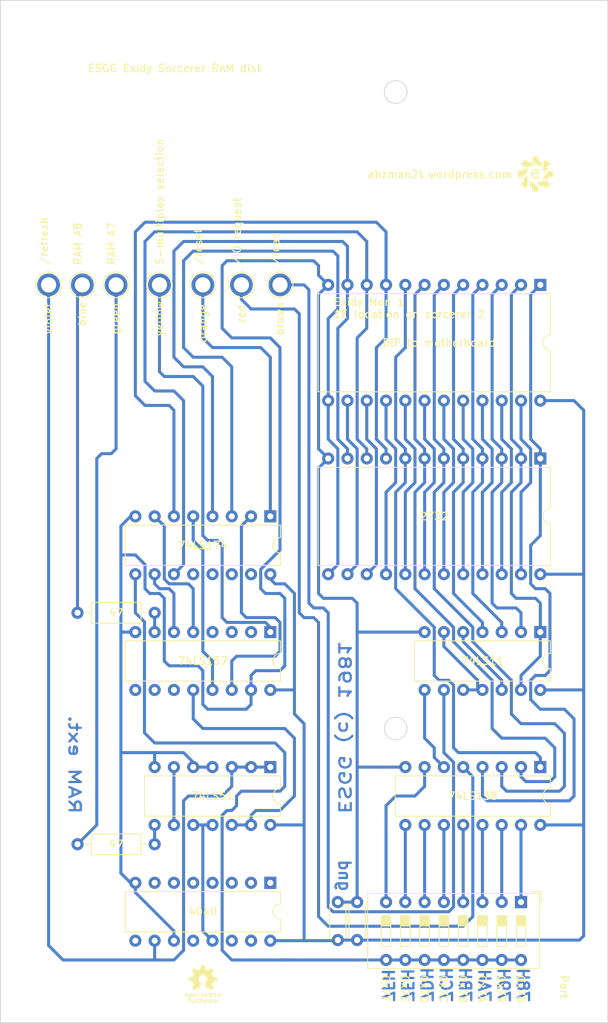
<source format=kicad_pcb>
(kicad_pcb (version 20221018) (generator pcbnew)
  (layers (0 "F.Cu" signal) (31 "B.Cu" signal) (34 "B.Paste" user) (35 "F.Paste" user) (36 "B.SilkS" user "B.Silkscreen") (37 "F.SilkS" user "F.Silkscreen") (38 "B.Mask" user) (39 "F.Mask" user) (44 "Edge.Cuts" user))
  (net 0 "")
  (net 1 "+5V")
  (net 2 "GND")
  (net 3 "A7")
  (net 4 "A6")
  (net 5 "A5")
  (net 6 "A4")
  (net 7 "A3")
  (net 8 "A2")
  (net 9 "A1")
  (net 10 "A0")
  (net 11 "D0")
  (net 12 "D1")
  (net 13 "D2")
  (net 14 "D3")
  (net 15 "D4")
  (net 16 "D5")
  (net 17 "D6")
  (net 18 "D7")
  (net 19 "{slash}CE")
  (net 20 "A10")
  (net 21 "{slash}OE")
  (net 22 "A11")
  (net 23 "A9")
  (net 24 "A8")
  (net 25 "Net-(R1-Pad1)")
  (net 26 "RAM A7")
  (net 27 "Net-(U6-Zb)")
  (net 28 "RAM A8")
  (net 29 "Net-(U3-O7)")
  (net 30 "Net-(U3-O6)")
  (net 31 "Net-(U3-O5)")
  (net 32 "Net-(U3-O4)")
  (net 33 "Net-(U3-O3)")
  (net 34 "Net-(U3-O2)")
  (net 35 "Net-(U3-O1)")
  (net 36 "Net-(U3-O0)")
  (net 37 "Net-(U4-Cp)")
  (net 38 "{slash}RD")
  (net 39 "{slash}IORQ")
  (net 40 "{slash}RESET")
  (net 41 "S-Multiplex Selection")
  (net 42 "RFSH")
  (net 43 "Net-(U1-Pad12)")
  (net 44 "Net-(U1-Pad10)")
  (net 45 "Net-(U3-E3)")
  (net 46 "Net-(U2-Pad6)")
  (net 47 "Net-(U5-Q7)")
  (net 48 "Net-(U6-Zd)")
  (net 49 "Net-(U4-Q0)")
  (net 50 "Net-(U4-Q1)")
  (net 51 "Net-(U4-Q2)")
  (net 52 "Net-(U4-Q3)")
  (footprint "Resistor_THT:R_Axial_DIN0207_L6.3mm_D2.5mm_P10.16mm_Horizontal" (layer "F.Cu") (at 165.1 119.38 180)
    (fp_text reference "R2" hide)
    (fp_text value "47")
  )
  (footprint "Package_DIP:DIP-16_W7.62mm" (layer "F.Cu") (at 215.9 139.7 -90)
    (fp_text reference "U3" hide)
    (fp_text value "74LS138")
  )
  (footprint "TestPoint:TestPoint_Plated_Hole_D2.0mm" (layer "F.Cu") (at 155.575 76.2)
    (fp_text reference "TP6" hide)
    (fp_text value "blue")
  )
  (footprint "Package_DIP:DIP-14_W7.62mm" (layer "F.Cu") (at 180.34 139.7 -90)
    (fp_text reference "U2" hide)
    (fp_text value "74LS51")
  )
  (footprint "Evan's parts:Evan Logo" (layer "F.Cu") (at 215.265 61.595)
    (fp_text reference "G***" hide)
    (fp_text value "LOGO" hide)
  )
  (footprint "TestPoint:TestPoint_Plated_Hole_D2.0mm" (layer "F.Cu") (at 181.61 76.2)
    (fp_text reference "TP1" hide)
    (fp_text value "brown")
  )
  (footprint "TestPoint:TestPoint_Plated_Hole_D2.0mm" (layer "F.Cu") (at 165.735 76.2)
    (fp_text reference "TP4" hide)
    (fp_text value "yellow")
  )
  (footprint "Resistor_THT:R_Axial_DIN0207_L6.3mm_D2.5mm_P10.16mm_Horizontal" (layer "F.Cu") (at 165.1 149.86 180)
    (fp_text reference "R1" hide)
    (fp_text value "47")
  )
  (footprint "TestPoint:TestPoint_Plated_Hole_D2.0mm" (layer "F.Cu") (at 151.13 76.2)
    (fp_text reference "TP5" hide)
    (fp_text value "violet")
  )
  (footprint "Package_DIP:DIP-16_W7.62mm" (layer "F.Cu") (at 180.34 121.92 -90)
    (fp_text reference "U6" hide)
    (fp_text value "74LS157")
  )
  (footprint "Evan's parts:OSHW gear" (layer "F.Cu") (at 171.45 168.275)
    (fp_text reference "G***" hide)
    (fp_text value "LOGO" hide)
  )
  (footprint "Capacitor_THT:C_Disc_D4.3mm_W1.9mm_P5.00mm" (layer "F.Cu") (at 191.77 162.48 90)
    (fp_text reference "C2" hide)
    (fp_text value "2.2uF")
  )
  (footprint "Package_DIP:DIP-16_W7.62mm" (layer "F.Cu") (at 180.34 106.68 -90)
    (fp_text reference "U4" hide)
    (fp_text value "74LS174")
  )
  (footprint "TestPoint:TestPoint_Plated_Hole_D2.0mm" (layer "F.Cu") (at 176.53 76.2)
    (fp_text reference "TP2" hide)
    (fp_text value "red")
  )
  (footprint "Package_DIP:DIP-24_W15.24mm" (layer "F.Cu") (at 215.9 99.06 -90)
    (fp_text reference "U7" hide)
    (fp_text value "2732")
  )
  (footprint "Button_Switch_THT:SW_DIP_SPSTx08_Slide_9.78x22.5mm_W7.62mm_P2.54mm" (layer "F.Cu") (at 213.36 157.48 -90)
    (fp_text reference "SW1" hide)
    (fp_text value "location")
  )
  (footprint "Package_DIP:DIP-24_W15.24mm" (layer "F.Cu") (at 215.9 76.2 -90)
    (fp_text reference "J1" hide)
    (fp_text value "DIP to motherboard")
  )
  (footprint "Package_DIP:DIP-16_W7.62mm" (layer "F.Cu") (at 180.34 154.94 -90)
    (fp_text reference "U5" hide)
    (fp_text value "4040")
  )
  (footprint "Package_DIP:DIP-14_W7.62mm" (layer "F.Cu") (at 215.9 121.92 -90)
    (fp_text reference "U1" hide)
    (fp_text value "74LS11")
  )
  (footprint "TestPoint:TestPoint_Plated_Hole_D2.0mm" (layer "F.Cu") (at 160.02 76.2)
    (fp_text reference "TP7" hide)
    (fp_text value "green")
  )
  (footprint "Capacitor_THT:C_Disc_D4.3mm_W1.9mm_P5.00mm" (layer "F.Cu") (at 189.23 162.48 90)
    (fp_text reference "C1" hide)
    (fp_text value "10nF")
  )
  (footprint "TestPoint:TestPoint_Plated_Hole_D2.0mm" (layer "F.Cu") (at 171.45 76.2)
    (fp_text reference "TP3" hide)
    (fp_text value "orange")
  )
  (gr_rect (start 144.78 38.735) (end 224.79 173.355) (stroke (width 0.1)) (fill none) (layer "Edge.Cuts"))
  (gr_circle (center 196.85 50.8) (end 198.35 50.8) (stroke (width 0.1)) (fill none) (layer "Edge.Cuts"))
  (gr_circle (center 196.85 134.62) (end 198.35 134.62) (stroke (width 0.1)) (fill none) (layer "Edge.Cuts"))
  (gr_text "7BH" (at 205.105 170.815 -90) (layer "B.Cu") (effects (font (size 1.5 1.5) (thickness 0.3) bold) (justify left bottom mirror)))
  (gr_text "gnd" (at 189.23 156.21 -90) (layer "B.Cu") (effects (font (size 1.5 1.5) (thickness 0.3) bold) (justify left bottom mirror)))
  (gr_text "7AH" (at 207.645 170.815 -90) (layer "B.Cu") (effects (font (size 1.5 1.5) (thickness 0.3) bold) (justify left bottom mirror)))
  (gr_text "79H" (at 210.185 170.815 -90) (layer "B.Cu") (effects (font (size 1.5 1.5) (thickness 0.3) bold) (justify left bottom mirror)))
  (gr_text "RAM ext." (at 153.67 146.05 270) (layer "B.Cu") (effects (font (size 1.5 2) (thickness 0.3) bold) (justify left bottom mirror)))
  (gr_text "7CH" (at 202.565 170.815 -90) (layer "B.Cu") (effects (font (size 1.5 1.5) (thickness 0.3) bold) (justify left bottom mirror)))
  (gr_text "78H" (at 212.725 170.815 -90) (layer "B.Cu") (effects (font (size 1.5 1.5) (thickness 0.3) bold) (justify left bottom mirror)))
  (gr_text "ESGG (c) 1981" (at 189.23 146.05 270) (layer "B.Cu") (effects (font (size 1.5 2) (thickness 0.3) bold) (justify left bottom mirror)))
  (gr_text "7EH" (at 197.485 170.815 -90) (layer "B.Cu") (effects (font (size 1.5 1.5) (thickness 0.3) bold) (justify left bottom mirror)))
  (gr_text "7DH" (at 200.025 170.815 -90) (layer "B.Cu") (effects (font (size 1.5 1.5) (thickness 0.3) bold) (justify left bottom mirror)))
  (gr_text "7FH" (at 194.945 170.815 -90) (layer "B.Cu") (effects (font (size 1.5 1.5) (thickness 0.3) bold) (justify left bottom mirror)))
  (gr_text "ESGG Exidy Sorcerer RAM disk" (at 156.21 48.26) (layer "F.SilkS") (effects (font (size 1 1)) (justify left bottom)))
  (gr_text "/reset" (at 171.45 73.66 90) (layer "F.SilkS") (effects (font (size 1 1)) (justify left bottom)))
  (gr_text "0x7F" (at 194.945 167.005 -90) (layer "F.SilkS") (effects (font (size 1 1)) (justify left bottom)))
  (gr_text "/IO request" (at 176.53 73.66 90) (layer "F.SilkS") (effects (font (size 1 1)) (justify left bottom)))
  (gr_text "RAM A7" (at 160.02 73.66 90) (layer "F.SilkS") (effects (font (size 1 1)) (justify left bottom)))
  (gr_text "0x7D" (at 200.025 167.005 -90) (layer "F.SilkS") (effects (font (size 1 1)) (justify left bottom)))
  (gr_text "S-multiplex selection" (at 166.37 73.66 90) (layer "F.SilkS") (effects (font (size 1 1)) (justify left bottom)))
  (gr_text "0x7B" (at 205.105 167.005 -90) (layer "F.SilkS") (effects (font (size 1 1)) (justify left bottom)))
  (gr_text "Exidy Mon 1\n1E location on sorcerer 2" (at 188.595 80.645) (layer "F.SilkS") (effects (font (size 1 1)) (justify left bottom)))
  (gr_text "0x7A" (at 207.645 167.005 -90) (layer "F.SilkS") (effects (font (size 1 1)) (justify left bottom)))
  (gr_text "Port" (at 218.44 167.005 -90) (layer "F.SilkS") (effects (font (size 1 1)) (justify left bottom)))
  (gr_text "0x7E" (at 197.485 167.005 -90) (layer "F.SilkS") (effects (font (size 1 1)) (justify left bottom)))
  (gr_text "/refresh" (at 151.13 73.66 90) (layer "F.SilkS") (effects (font (size 1 1)) (justify left bottom)))
  (gr_text "abzman2k.wordpress.com" (at 193.04 62.23) (layer "F.SilkS") (effects (font (size 1 1)) (justify left bottom)))
  (gr_text "0x79" (at 210.185 167.005 -90) (layer "F.SilkS") (effects (font (size 1 1)) (justify left bottom)))
  (gr_text "/read" (at 181.61 73.66 90) (layer "F.SilkS") (effects (font (size 1 1)) (justify left bottom)))
  (gr_text "0x78" (at 212.725 167.005 -90) (layer "F.SilkS") (effects (font (size 1 1)) (justify left bottom)))
  (gr_text "RAM A8" (at 155.575 73.66 90) (layer "F.SilkS") (effects (font (size 1 1)) (justify left bottom)))
  (gr_text "0x7C" (at 202.565 167.005 -90) (layer "F.SilkS") (effects (font (size 1 1)) (justify left bottom)))
  (segment (start 180.34 162.56) (end 184.785 162.56) (width 0.4) (layer "B.Cu") (net 1))
  (segment (start 183.515 132.715) (end 184.785 133.985) (width 0.4) (layer "B.Cu") (net 1))
  (segment (start 221.615 114.935) (end 221.615 114.3) (width 0.4) (layer "B.Cu") (net 1))
  (segment (start 184.785 147.32) (end 184.785 162.56) (width 0.4) (layer "B.Cu") (net 1))
  (segment (start 221.615 130.175) (end 221.615 114.935) (width 0.4) (layer "B.Cu") (net 1))
  (segment (start 221.06 162.48) (end 191.77 162.48) (width 0.4) (layer "B.Cu") (net 1))
  (segment (start 215.9 129.54) (end 221.615 129.54) (width 0.4) (layer "B.Cu") (net 1))
  (segment (start 180.34 129.54) (end 183.515 129.54) (width 0.4) (layer "B.Cu") (net 1))
  (segment (start 184.785 133.985) (end 184.785 147.32) (width 0.4) (layer "B.Cu") (net 1))
  (segment (start 184.785 162.56) (end 189.15 162.56) (width 0.4) (layer "B.Cu") (net 1))
  (segment (start 189.15 162.56) (end 189.23 162.48) (width 0.4) (layer "B.Cu") (net 1))
  (segment (start 183.515 129.54) (end 183.515 132.715) (width 0.4) (layer "B.Cu") (net 1))
  (segment (start 221.615 147.32) (end 215.9 147.32) (width 0.4) (layer "B.Cu") (net 1))
  (segment (start 221.615 161.925) (end 221.06 162.48) (width 0.4) (layer "B.Cu") (net 1))
  (segment (start 221.615 147.32) (end 221.615 161.925) (width 0.4) (layer "B.Cu") (net 1))
  (segment (start 180.975 115.57) (end 180.34 114.935) (width 0.4) (layer "B.Cu") (net 1))
  (segment (start 191.77 162.48) (end 189.23 162.48) (width 0.4) (layer "B.Cu") (net 1))
  (segment (start 182.245 115.57) (end 180.975 115.57) (width 0.4) (layer "B.Cu") (net 1))
  (segment (start 220.345 91.44) (end 215.9 91.44) (width 0.4) (layer "B.Cu") (net 1))
  (segment (start 221.615 130.175) (end 221.615 147.32) (width 0.4) (layer "B.Cu") (net 1))
  (segment (start 183.515 129.54) (end 183.515 116.84) (width 0.4) (layer "B.Cu") (net 1))
  (segment (start 221.615 114.935) (end 221.615 92.71) (width 0.4) (layer "B.Cu") (net 1))
  (segment (start 180.34 147.32) (end 184.785 147.32) (width 0.4) (layer "B.Cu") (net 1))
  (segment (start 221.615 129.54) (end 221.615 130.175) (width 0.4) (layer "B.Cu") (net 1))
  (segment (start 180.34 114.935) (end 180.34 114.3) (width 0.4) (layer "B.Cu") (net 1))
  (segment (start 221.615 92.71) (end 220.345 91.44) (width 0.4) (layer "B.Cu") (net 1))
  (segment (start 183.515 116.84) (end 182.245 115.57) (width 0.4) (layer "B.Cu") (net 1))
  (segment (start 221.615 114.3) (end 215.9 114.3) (width 0.4) (layer "B.Cu") (net 1))
  (segment (start 191.77 139.7) (end 191.77 121.92) (width 0.4) (layer "B.Cu") (net 2))
  (segment (start 198.12 139.7) (end 191.77 139.7) (width 0.4) (layer "B.Cu") (net 2))
  (segment (start 187.96 76.2) (end 186.69 74.93) (width 0.4) (layer "B.Cu") (net 2))
  (segment (start 186.69 73.66) (end 186.055 73.025) (width 0.4) (layer "B.Cu") (net 2))
  (segment (start 174.625 73.025) (end 173.99 73.66) (width 0.4) (layer "B.Cu") (net 2))
  (segment (start 170.815 126.365) (end 167.005 126.365) (width 0.4) (layer "B.Cu") (net 2))
  (segment (start 161.925 106.68) (end 162.56 106.68) (width 0.4) (layer "B.Cu") (net 2))
  (segment (start 161.925 154.94) (end 160.655 153.67) (width 0.4) (layer "B.Cu") (net 2))
  (segment (start 181.61 84.455) (end 181.61 111.125) (width 0.4) (layer "B.Cu") (net 2))
  (segment (start 171.45 127) (end 170.815 126.365) (width 0.4) (layer "B.Cu") (net 2))
  (segment (start 191.77 157.48) (end 189.23 157.48) (width 0.4) (layer "B.Cu") (net 2))
  (segment (start 191.77 139.7) (end 191.77 157.48) (width 0.4) (layer "B.Cu") (net 2))
  (segment (start 186.69 116.84) (end 186.69 100.33) (width 0.4) (layer "B.Cu") (net 2))
  (segment (start 191.77 121.92) (end 200.66 121.92) (width 0.4) (layer "B.Cu") (net 2))
  (segment (start 179.705 116.84) (end 181.61 116.84) (width 0.4) (layer "B.Cu") (net 2))
  (segment (start 171.45 131.445) (end 171.45 127) (width 0.4) (layer "B.Cu") (net 2))
  (segment (start 162.56 154.94) (end 161.925 154.94) (width 0.4) (layer "B.Cu") (net 2))
  (segment (start 177.165 132.08) (end 172.085 132.08) (width 0.4) (layer "B.Cu") (net 2))
  (segment (start 163.83 116.205) (end 163.83 113.03) (width 0.4) (layer "B.Cu") (net 2))
  (segment (start 166.37 125.73) (end 166.37 117.475) (width 0.4) (layer "B.Cu") (net 2))
  (segment (start 175.26 83.185) (end 180.34 83.185) (width 0.4) (layer "B.Cu") (net 2))
  (segment (start 160.655 121.92) (end 160.655 111.76) (width 0.4) (layer "B.Cu") (net 2))
  (segment (start 186.69 74.93) (end 186.69 73.66) (width 0.4) (layer "B.Cu") (net 2))
  (segment (start 165.1 137.795) (end 160.655 137.795) (width 0.4) (layer "B.Cu") (net 2))
  (segment (start 160.655 111.76) (end 160.655 107.95) (width 0.4) (layer "B.Cu") (net 2))
  (segment (start 160.655 153.67) (end 160.655 137.795) (width 0.4) (layer "B.Cu") (net 2))
  (segment (start 191.135 117.475) (end 187.325 117.475) (width 0.4) (layer "B.Cu") (net 2))
  (segment (start 167.005 126.365) (end 166.37 125.73) (width 0.4) (layer "B.Cu") (net 2))
  (segment (start 187.96 99.06) (end 186.69 97.79) (width 0.4) (layer "B.Cu") (net 2))
  (segment (start 187.325 117.475) (end 186.69 116.84) (width 0.4) (layer "B.Cu") (net 2))
  (segment (start 186.69 97.79) (end 186.69 77.47) (width 0.4) (layer "B.Cu") (net 2))
  (segment (start 181.61 127) (end 178.435 127) (width 0.4) (layer "B.Cu") (net 2))
  (segment (start 166.37 117.475) (end 165.735 116.84) (width 0.4) (layer "B.Cu") (net 2))
  (segment (start 162.56 156.21) (end 162.56 154.94) (width 0.4) (layer "B.Cu") (net 2))
  (segment (start 177.8 129.54) (end 177.8 131.445) (width 0.4) (layer "B.Cu") (net 2))
  (segment (start 179.07 116.205) (end 179.705 116.84) (width 0.4) (layer "B.Cu") (net 2))
  (segment (start 160.655 107.95) (end 161.925 106.68) (width 0.4) (layer "B.Cu") (net 2))
  (segment (start 164.465 116.84) (end 163.83 116.205) (width 0.4) (layer "B.Cu") (net 2))
  (segment (start 167.64 161.29) (end 162.56 156.21) (width 0.4) (layer "B.Cu") (net 2))
  (segment (start 186.055 73.025) (end 174.625 73.025) (width 0.4) (layer "B.Cu") (net 2))
  (segment (start 167.64 162.56) (end 167.64 161.29) (width 0.4) (layer "B.Cu") (net 2))
  (segment (start 165.735 116.84) (end 164.465 116.84) (width 0.4) (layer "B.Cu") (net 2))
  (segment (start 162.56 111.76) (end 160.655 111.76) (width 0.4) (layer "B.Cu") (net 2))
  (segment (start 160.655 137.795) (end 160.655 121.92) (width 0.4) (layer "B.Cu") (net 2))
  (segment (start 168.91 137.795) (end 165.1 137.795) (width 0.4) (layer "B.Cu") (net 2))
  (segment (start 179.07 113.665) (end 179.07 116.205) (width 0.4) (layer "B.Cu") (net 2))
  (segment (start 191.77 121.92) (end 191.77 118.11) (width 0.4) (layer "B.Cu") (net 2))
  (segment (start 170.18 139.065) (end 168.91 137.795) (width 0.4) (layer "B.Cu") (net 2))
  (segment (start 180.34 83.185) (end 181.61 84.455) (width 0.4) (layer "B.Cu") (net 2))
  (segment (start 165.1 139.7) (end 165.1 137.795) (width 0.4) (layer "B.Cu") (net 2))
  (segment (start 173.99 73.66) (end 173.99 81.915) (width 0.4) (layer "B.Cu") (net 2))
  (segment (start 162.56 121.92) (end 160.655 121.92) (width 0.4) (layer "B.Cu") (net 2))
  (segment (start 178.435 127) (end 177.8 127.635) (width 0.4) (layer "B.Cu") (net 2))
  (segment (start 181.61 111.125) (end 179.07 113.665) (width 0.4) (layer "B.Cu") (net 2))
  (segment (start 172.72 139.7) (end 170.18 139.7) (width 0.4) (layer "B.Cu") (net 2))
  (segment (start 182.245 117.475) (end 182.245 126.365) (width 0.4) (layer "B.Cu") (net 2))
  (segment (start 177.8 131.445) (end 177.165 132.08) (width 0.4) (layer "B.Cu") (net 2))
  (segment (start 172.085 132.08) (end 171.45 131.445) (width 0.4) (layer "B.Cu") (net 2))
  (segment (start 170.18 139.7) (end 170.18 139.065) (width 0.4) (layer "B.Cu") (net 2))
  (segment (start 186.69 77.47) (end 187.96 76.2) (width 0.4) (layer "B.Cu") (net 2))
  (segment (start 182.245 126.365) (end 181.61 127) (width 0.4) (layer "B.Cu") (net 2))
  (segment (start 163.83 113.03) (end 162.56 111.76) (width 0.4) (layer "B.Cu") (net 2))
  (segment (start 177.8 127.635) (end 177.8 129.54) (width 0.4) (layer "B.Cu") (net 2))
  (segment (start 173.99 81.915) (end 175.26 83.185) (width 0.4) (layer "B.Cu") (net 2))
  (segment (start 181.61 116.84) (end 182.245 117.475) (width 0.4) (layer "B.Cu") (net 2))
  (segment (start 191.77 118.11) (end 191.135 117.475) (width 0.4) (layer "B.Cu") (net 2))
  (segment (start 186.69 100.33) (end 187.96 99.06) (width 0.4) (layer "B.Cu") (net 2))
  (segment (start 215.9 132.08) (end 214.63 130.81) (width 0.4) (layer "B.Cu") (net 3))
  (segment (start 208.28 143.51) (end 208.915 144.145) (width 0.4) (layer "B.Cu") (net 3))
  (segment (start 220.345 143.51) (end 220.345 133.35) (width 0.4) (layer "B.Cu") (net 3))
  (segment (start 214.63 130.81) (end 214.63 128.27) (width 0.4) (layer "B.Cu") (net 3))
  (segment (start 215.9 97.79) (end 215.9 99.06) (width 0.4) (layer "B.Cu") (net 3))
  (segment (start 208.915 144.145) (end 219.71 144.145) (width 0.4) (layer "B.Cu") (net 3))
  (segment (start 214.63 115.57) (end 214.63 110.49) (width 0.4) (layer "B.Cu") (net 3))
  (segment (start 219.075 132.08) (end 215.9 132.08) (width 0.4) (layer "B.Cu") (net 3))
  (segment (start 216.535 127.635) (end 217.17 127) (width 0.4) (layer "B.Cu") (net 3))
  (segment (start 214.63 110.49) (end 215.9 109.22) (width 0.4) (layer "B.Cu") (net 3))
  (segment (start 215.265 127.635) (end 216.535 127.635) (width 0.4) (layer "B.Cu") (net 3))
  (segment (start 216.535 116.205) (end 215.265 116.205) (width 0.4) (layer "B.Cu") (net 3))
  (segment (start 214.63 96.52) (end 215.9 97.79) (width 0.4) (layer "B.Cu") (net 3))
  (segment (start 217.17 127) (end 217.17 116.84) (width 0.4) (layer "B.Cu") (net 3))
  (segment (start 217.17 116.84) (end 216.535 116.205) (width 0.4) (layer "B.Cu") (net 3))
  (segment (start 214.63 77.47) (end 214.63 96.52) (width 0.4) (layer "B.Cu") (net 3))
  (segment (start 215.9 109.22) (end 215.9 99.06) (width 0.4) (layer "B.Cu") (net 3))
  (segment (start 208.28 139.7) (end 208.28 143.51) (width 0.4) (layer "B.Cu") (net 3))
  (segment (start 220.345 133.35) (end 219.075 132.08) (width 0.4) (layer "B.Cu") (net 3))
  (segment (start 215.265 116.205) (end 214.63 115.57) (width 0.4) (layer "B.Cu") (net 3))
  (segment (start 214.63 128.27) (end 215.265 127.635) (width 0.4) (layer "B.Cu") (net 3))
  (segment (start 215.9 76.2) (end 214.63 77.47) (width 0.4) (layer "B.Cu") (net 3))
  (segment (start 219.71 144.145) (end 220.345 143.51) (width 0.4) (layer "B.Cu") (net 3))
  (segment (start 215.9 121.92) (end 215.9 118.11) (width 0.4) (layer "B.Cu") (net 4))
  (segment (start 213.36 99.06) (end 213.36 102.235) (width 0.4) (layer "B.Cu") (net 4))
  (segment (start 213.36 97.79) (end 212.09 96.52) (width 0.4) (layer "B.Cu") (net 4))
  (segment (start 215.9 121.92) (end 215.9 125.095) (width 0.4) (layer "B.Cu") (net 4))
  (segment (start 212.09 96.52) (end 212.09 77.47) (width 0.4) (layer "B.Cu") (net 4))
  (segment (start 212.09 77.47) (end 213.36 76.2) (width 0.4) (layer "B.Cu") (net 4))
  (segment (start 215.9 125.095) (end 213.36 127.635) (width 0.4) (layer "B.Cu") (net 4))
  (segment (start 213.36 127.635) (end 213.36 129.54) (width 0.4) (layer "B.Cu") (net 4))
  (segment (start 213.36 102.235) (end 212.09 103.505) (width 0.4) (layer "B.Cu") (net 4))
  (segment (start 215.9 118.11) (end 215.265 117.475) (width 0.4) (layer "B.Cu") (net 4))
  (segment (start 212.725 117.475) (end 212.09 116.84) (width 0.4) (layer "B.Cu") (net 4))
  (segment (start 212.09 103.505) (end 212.09 116.84) (width 0.4) (layer "B.Cu") (net 4))
  (segment (start 213.36 99.06) (end 213.36 97.79) (width 0.4) (layer "B.Cu") (net 4))
  (segment (start 215.265 117.475) (end 212.725 117.475) (width 0.4) (layer "B.Cu") (net 4))
  (segment (start 209.55 103.505) (end 210.82 102.235) (width 0.4) (layer "B.Cu") (net 5))
  (segment (start 210.82 97.79) (end 209.55 96.52) (width 0.4) (layer "B.Cu") (net 5))
  (segment (start 209.55 118.11) (end 209.55 103.505) (width 0.4) (layer "B.Cu") (net 5))
  (segment (start 210.185 118.745) (end 209.55 118.11) (width 0.4) (layer "B.Cu") (net 5))
  (segment (start 212.725 118.745) (end 210.185 118.745) (width 0.4) (layer "B.Cu") (net 5))
  (segment (start 213.36 119.38) (end 212.725 118.745) (width 0.4) (layer "B.Cu") (net 5))
  (segment (start 209.55 77.47) (end 210.82 76.2) (width 0.4) (layer "B.Cu") (net 5))
  (segment (start 210.82 102.235) (end 210.82 99.06) (width 0.4) (layer "B.Cu") (net 5))
  (segment (start 213.36 121.92) (end 213.36 119.38) (width 0.4) (layer "B.Cu") (net 5))
  (segment (start 209.55 96.52) (end 209.55 77.47) (width 0.4) (layer "B.Cu") (net 5))
  (segment (start 210.82 99.06) (end 210.82 97.79) (width 0.4) (layer "B.Cu") (net 5))
  (segment (start 208.28 99.06) (end 208.28 102.235) (width 0.4) (layer "B.Cu") (net 6))
  (segment (start 207.01 77.47) (end 208.28 76.2) (width 0.4) (layer "B.Cu") (net 6))
  (segment (start 208.28 102.235) (end 207.01 103.505) (width 0.4) (layer "B.Cu") (net 6))
  (segment (start 208.28 97.79) (end 207.01 96.52) (width 0.4) (layer "B.Cu") (net 6))
  (segment (start 210.82 120.65) (end 210.82 121.92) (width 0.4) (layer "B.Cu") (net 6))
  (segment (start 207.01 103.505) (end 207.01 116.84) (width 0.4) (layer "B.Cu") (net 6))
  (segment (start 208.28 99.06) (end 208.28 97.79) (width 0.4) (layer "B.Cu") (net 6))
  (segment (start 207.01 116.84) (end 210.82 120.65) (width 0.4) (layer "B.Cu") (net 6))
  (segment (start 207.01 96.52) (end 207.01 77.47) (width 0.4) (layer "B.Cu") (net 6))
  (segment (start 204.47 77.47) (end 205.74 76.2) (width 0.4) (layer "B.Cu") (net 7))
  (segment (start 208.28 120.65) (end 208.28 121.92) (width 0.4) (layer "B.Cu") (net 7))
  (segment (start 205.74 99.06) (end 205.74 97.79) (width 0.4) (layer "B.Cu") (net 7))
  (segment (start 205.74 99.06) (end 205.74 102.235) (width 0.4) (layer "B.Cu") (net 7))
  (segment (start 205.74 97.79) (end 204.47 96.52) (width 0.4) (layer "B.Cu") (net 7))
  (segment (start 204.47 103.505) (end 204.47 116.84) (width 0.4) (layer "B.Cu") (net 7))
  (segment (start 205.74 102.235) (end 204.47 103.505) (width 0.4) (layer "B.Cu") (net 7))
  (segment (start 204.47 96.52) (end 204.47 77.47) (width 0.4) (layer "B.Cu") (net 7))
  (segment (start 204.47 116.84) (end 208.28 120.65) (width 0.4) (layer "B.Cu") (net 7))
  (segment (start 219.075 142.24) (end 218.44 142.875) (width 0.4) (layer "B.Cu") (net 8))
  (segment (start 203.2 99.06) (end 203.2 97.79) (width 0.4) (layer "B.Cu") (net 8))
  (segment (start 207.01 123.19) (end 212.09 128.27) (width 0.4) (layer "B.Cu") (net 8))
  (segment (start 201.93 77.47) (end 203.2 76.2) (width 0.4) (layer "B.Cu") (net 8))
  (segment (start 201.93 116.205) (end 207.01 121.285) (width 0.4) (layer "B.Cu") (net 8))
  (segment (start 218.44 142.875) (end 211.455 142.875) (width 0.4) (layer "B.Cu") (net 8))
  (segment (start 201.93 96.52) (end 201.93 77.47) (width 0.4) (layer "B.Cu") (net 8))
  (segment (start 203.2 99.06) (end 203.2 102.235) (width 0.4) (layer "B.Cu") (net 8))
  (segment (start 213.36 133.985) (end 217.805 133.985) (width 0.4) (layer "B.Cu") (net 8))
  (segment (start 210.82 142.24) (end 210.82 139.7) (width 0.4) (layer "B.Cu") (net 8))
  (segment (start 203.2 102.235) (end 201.93 103.505) (width 0.4) (layer "B.Cu") (net 8))
  (segment (start 211.455 142.875) (end 210.82 142.24) (width 0.4) (layer "B.Cu") (net 8))
  (segment (start 217.805 133.985) (end 219.075 135.255) (width 0.4) (layer "B.Cu") (net 8))
  (segment (start 207.01 121.285) (end 207.01 123.19) (width 0.4) (layer "B.Cu") (net 8))
  (segment (start 203.2 97.79) (end 201.93 96.52) (width 0.4) (layer "B.Cu") (net 8))
  (segment (start 212.09 132.715) (end 213.36 133.985) (width 0.4) (layer "B.Cu") (net 8))
  (segment (start 219.075 135.255) (end 219.075 142.24) (width 0.4) (layer "B.Cu") (net 8))
  (segment (start 212.09 128.27) (end 212.09 132.715) (width 0.4) (layer "B.Cu") (net 8))
  (segment (start 201.93 103.505) (end 201.93 116.205) (width 0.4) (layer "B.Cu") (net 8))
  (segment (start 216.535 135.89) (end 217.805 137.16) (width 0.4) (layer "B.Cu") (net 9))
  (segment (start 217.17 141.605) (end 213.995 141.605) (width 0.4) (layer "B.Cu") (net 9))
  (segment (start 200.66 97.79) (end 199.39 96.52) (width 0.4) (layer "B.Cu") (net 9))
  (segment (start 209.55 134.62) (end 210.82 135.89) (width 0.4) (layer "B.Cu") (net 9))
  (segment (start 200.66 99.06) (end 200.66 97.79) (width 0.4) (layer "B.Cu") (net 9))
  (segment (start 204.47 123.19) (end 209.55 128.27) (width 0.4) (layer "B.Cu") (net 9))
  (segment (start 199.39 77.47) (end 200.66 76.2) (width 0.4) (layer "B.Cu") (net 9))
  (segment (start 213.995 141.605) (end 213.36 140.97) (width 0.4) (layer "B.Cu") (net 9))
  (segment (start 199.39 116.205) (end 204.47 121.285) (width 0.4) (layer "B.Cu") (net 9))
  (segment (start 200.66 102.235) (end 199.39 103.505) (width 0.4) (layer "B.Cu") (net 9))
  (segment (start 209.55 128.27) (end 209.55 134.62) (width 0.4) (layer "B.Cu") (net 9))
  (segment (start 217.805 140.97) (end 217.17 141.605) (width 0.4) (layer "B.Cu") (net 9))
  (segment (start 213.36 140.97) (end 213.36 139.7) (width 0.4) (layer "B.Cu") (net 9))
  (segment (start 210.82 135.89) (end 216.535 135.89) (width 0.4) (layer "B.Cu") (net 9))
  (segment (start 204.47 121.285) (end 204.47 123.19) (width 0.4) (layer "B.Cu") (net 9))
  (segment (start 199.39 103.505) (end 199.39 116.205) (width 0.4) (layer "B.Cu") (net 9))
  (segment (start 217.805 137.16) (end 217.805 140.97) (width 0.4) (layer "B.Cu") (net 9))
  (segment (start 199.39 96.52) (end 199.39 77.47) (width 0.4) (layer "B.Cu") (net 9))
  (segment (start 200.66 99.06) (end 200.66 102.235) (width 0.4) (layer "B.Cu") (net 9))
  (segment (start 215.265 137.795) (end 215.9 138.43) (width 0.4) (layer "B.Cu") (net 10))
  (segment (start 201.93 121.285) (end 201.93 127.635) (width 0.4) (layer "B.Cu") (net 10))
  (segment (start 198.12 99.06) (end 198.12 102.235) (width 0.4) (layer "B.Cu") (net 10))
  (segment (start 196.85 116.205) (end 201.93 121.285) (width 0.4) (layer "B.Cu") (net 10))
  (segment (start 196.85 85.725) (end 198.12 84.455) (width 0.4) (layer "B.Cu") (net 10))
  (segment (start 198.12 99.06) (end 198.12 97.79) (width 0.4) (layer "B.Cu") (net 10))
  (segment (start 196.85 103.505) (end 196.85 116.205) (width 0.4) (layer "B.Cu") (net 10))
  (segment (start 198.12 97.79) (end 196.85 96.52) (width 0.4) (layer "B.Cu") (net 10))
  (segment (start 202.565 128.27) (end 203.835 128.27) (width 0.4) (layer "B.Cu") (net 10))
  (segment (start 196.85 96.52) (end 196.85 85.725) (width 0.4) (layer "B.Cu") (net 10))
  (segment (start 198.12 84.455) (end 198.12 76.2) (width 0.4) (layer "B.Cu") (net 10))
  (segment (start 205.105 137.795) (end 215.265 137.795) (width 0.4) (layer "B.Cu") (net 10))
  (segment (start 203.835 128.27) (end 204.47 128.905) (width 0.4) (layer "B.Cu") (net 10))
  (segment (start 201.93 127.635) (end 202.565 128.27) (width 0.4) (layer "B.Cu") (net 10))
  (segment (start 198.12 102.235) (end 196.85 103.505) (width 0.4) (layer "B.Cu") (net 10))
  (segment (start 204.47 128.905) (end 204.47 137.16) (width 0.4) (layer "B.Cu") (net 10))
  (segment (start 215.9 138.43) (end 215.9 139.7) (width 0.4) (layer "B.Cu") (net 10))
  (segment (start 204.47 137.16) (end 205.105 137.795) (width 0.4) (layer "B.Cu") (net 10))
  (segment (start 194.31 67.945) (end 163.83 67.945) (width 0.4) (layer "B.Cu") (net 11))
  (segment (start 195.58 99.06) (end 195.58 97.79) (width 0.4) (layer "B.Cu") (net 11))
  (segment (start 167.005 92.075) (end 167.64 92.71) (width 0.4) (layer "B.Cu") (net 11))
  (segment (start 194.31 96.52) (end 194.31 84.455) (width 0.4) (layer "B.Cu") (net 11))
  (segment (start 162.56 69.215) (end 162.56 90.805) (width 0.4) (layer "B.Cu") (net 11))
  (segment (start 195.58 97.79) (end 194.31 96.52) (width 0.4) (layer "B.Cu") (net 11))
  (segment (start 195.58 83.185) (end 195.58 76.2) (width 0.4) (layer "B.Cu") (net 11))
  (segment (start 163.83 67.945) (end 162.56 69.215) (width 0.4) (layer "B.Cu") (net 11))
  (segment (start 163.83 92.075) (end 167.005 92.075) (width 0.4) (layer "B.Cu") (net 11))
  (segment (start 167.64 92.71) (end 167.64 106.68) (width 0.4) (layer "B.Cu") (net 11))
  (segment (start 195.58 76.2) (end 195.58 69.215) (width 0.4) (layer "B.Cu") (net 11))
  (segment (start 194.31 84.455) (end 195.58 83.185) (width 0.4) (layer "B.Cu") (net 11))
  (segment (start 195.58 69.215) (end 194.31 67.945) (width 0.4) (layer "B.Cu") (net 11))
  (segment (start 162.56 90.805) (end 163.83 92.075) (width 0.4) (layer "B.Cu") (net 11))
  (segment (start 167.64 90.17) (end 168.91 91.44) (width 0.4) (layer "B.Cu") (net 12))
  (segment (start 168.91 113.03) (end 167.64 114.3) (width 0.4) (layer "B.Cu") (net 12))
  (segment (start 168.91 91.44) (end 168.91 113.03) (width 0.4) (layer "B.Cu") (net 12))
  (segment (start 193.04 97.79) (end 191.77 96.52) (width 0.4) (layer "B.Cu") (net 12))
  (segment (start 163.83 88.9) (end 165.1 90.17) (width 0.4) (layer "B.Cu") (net 12))
  (segment (start 165.1 69.215) (end 163.83 70.485) (width 0.4) (layer "B.Cu") (net 12))
  (segment (start 165.1 90.17) (end 167.64 90.17) (width 0.4) (layer "B.Cu") (net 12))
  (segment (start 191.77 69.215) (end 165.1 69.215) (width 0.4) (layer "B.Cu") (net 12))
  (segment (start 193.04 81.915) (end 193.04 76.2) (width 0.4) (layer "B.Cu") (net 12))
  (segment (start 193.04 70.485) (end 191.77 69.215) (width 0.4) (layer "B.Cu") (net 12))
  (segment (start 193.04 99.06) (end 193.04 97.79) (width 0.4) (layer "B.Cu") (net 12))
  (segment (start 191.77 96.52) (end 191.77 83.185) (width 0.4) (layer "B.Cu") (net 12))
  (segment (start 163.83 70.485) (end 163.83 88.9) (width 0.4) (layer "B.Cu") (net 12))
  (segment (start 193.04 76.2) (end 193.04 70.485) (width 0.4) (layer "B.Cu") (net 12))
  (segment (start 191.77 83.185) (end 193.04 81.915) (width 0.4) (layer "B.Cu") (net 12))
  (segment (start 172.72 88.265) (end 171.45 86.995) (width 0.4) (layer "B.Cu") (net 13))
  (segment (start 190.5 97.79) (end 189.23 96.52) (width 0.4) (layer "B.Cu") (net 13))
  (segment (start 189.23 96.52) (end 189.23 81.915) (width 0.4) (layer "B.Cu") (net 13))
  (segment (start 168.91 86.995) (end 167.64 85.725) (width 0.4) (layer "B.Cu") (net 13))
  (segment (start 167.64 85.725) (end 167.64 71.755) (width 0.4) (layer "B.Cu") (net 13))
  (segment (start 167.64 71.755) (end 168.91 70.485) (width 0.4) (layer "B.Cu") (net 13))
  (segment (start 189.23 81.915) (end 190.5 80.645) (width 0.4) (layer "B.Cu") (net 13))
  (segment (start 172.72 106.68) (end 172.72 88.265) (width 0.4) (layer "B.Cu") (net 13))
  (segment (start 189.865 70.485) (end 190.5 71.12) (width 0.4) (layer "B.Cu") (net 13))
  (segment (start 190.5 80.645) (end 190.5 76.2) (width 0.4) (layer "B.Cu") (net 13))
  (segment (start 168.91 70.485) (end 189.865 70.485) (width 0.4) (layer "B.Cu") (net 13))
  (segment (start 190.5 99.06) (end 190.5 97.79) (width 0.4) (layer "B.Cu") (net 13))
  (segment (start 190.5 71.12) (end 190.5 76.2) (width 0.4) (layer "B.Cu") (net 13))
  (segment (start 171.45 86.995) (end 168.91 86.995) (width 0.4) (layer "B.Cu") (net 13))
  (segment (start 168.91 84.455) (end 168.91 73.025) (width 0.4) (layer "B.Cu") (net 14))
  (segment (start 175.26 106.68) (end 175.26 86.995) (width 0.4) (layer "B.Cu") (net 14))
  (segment (start 189.23 113.03) (end 187.96 114.3) (width 0.4) (layer "B.Cu") (net 14))
  (segment (start 168.91 73.025) (end 170.18 71.755) (width 0.4) (layer "B.Cu") (net 14))
  (segment (start 187.96 91.44) (end 187.96 96.52) (width 0.4) (layer "B.Cu") (net 14))
  (segment (start 175.26 86.995) (end 173.99 85.725) (width 0.4) (layer "B.Cu") (net 14))
  (segment (start 188.595 71.755) (end 189.23 72.39) (width 0.4) (layer "B.Cu") (net 14))
  (segment (start 187.96 80.645) (end 187.96 91.44) (width 0.4) (layer "B.Cu") (net 14))
  (segment (start 189.23 72.39) (end 189.23 79.375) (width 0.4) (layer "B.Cu") (net 14))
  (segment (start 173.99 85.725) (end 170.18 85.725) (width 0.4) (layer "B.Cu") (net 14))
  (segment (start 170.18 71.755) (end 188.595 71.755) (width 0.4) (layer "B.Cu") (net 14))
  (segment (start 189.23 79.375) (end 187.96 80.645) (width 0.4) (layer "B.Cu") (net 14))
  (segment (start 189.23 97.79) (end 189.23 113.03) (width 0.4) (layer "B.Cu") (net 14))
  (segment (start 187.96 96.52) (end 189.23 97.79) (width 0.4) (layer "B.Cu") (net 14))
  (segment (start 170.18 85.725) (end 168.91 84.455) (width 0.4) (layer "B.Cu") (net 14))
  (segment (start 190.5 96.52) (end 191.77 97.79) (width 0.4) (layer "B.Cu") (net 15))
  (segment (start 191.77 113.03) (end 190.5 114.3) (width 0.4) (layer "B.Cu") (net 15))
  (segment (start 190.5 91.44) (end 190.5 96.52) (width 0.4) (layer "B.Cu") (net 15))
  (segment (start 191.77 97.79) (end 191.77 113.03) (width 0.4) (layer "B.Cu") (net 15))
  (segment (start 194.31 97.79) (end 194.31 113.03) (width 0.4) (layer "B.Cu") (net 16))
  (segment (start 194.31 113.03) (end 193.04 114.3) (width 0.4) (layer "B.Cu") (net 16))
  (segment (start 193.04 96.52) (end 194.31 97.79) (width 0.4) (layer "B.Cu") (net 16))
  (segment (start 193.04 91.44) (end 193.04 96.52) (width 0.4) (layer "B.Cu") (net 16))
  (segment (start 195.58 96.52) (end 195.58 91.44) (width 0.4) (layer "B.Cu") (net 17))
  (segment (start 195.58 103.505) (end 196.85 102.235) (width 0.4) (layer "B.Cu") (net 17))
  (segment (start 196.85 102.235) (end 196.85 97.79) (width 0.4) (layer "B.Cu") (net 17))
  (segment (start 196.85 97.79) (end 195.58 96.52) (width 0.4) (layer "B.Cu") (net 17))
  (segment (start 195.58 114.3) (end 195.58 103.505) (width 0.4) (layer "B.Cu") (net 17))
  (segment (start 198.12 103.505) (end 198.12 114.3) (width 0.4) (layer "B.Cu") (net 18))
  (segment (start 199.39 97.79) (end 199.39 102.235) (width 0.4) (layer "B.Cu") (net 18))
  (segment (start 198.12 96.52) (end 199.39 97.79) (width 0.4) (layer "B.Cu") (net 18))
  (segment (start 198.12 91.44) (end 198.12 96.52) (width 0.4) (layer "B.Cu") (net 18))
  (segment (start 199.39 102.235) (end 198.12 103.505) (width 0.4) (layer "B.Cu") (net 18))
  (segment (start 200.66 91.44) (end 200.66 96.52) (width 0.4) (layer "B.Cu") (net 19))
  (segment (start 201.93 102.235) (end 200.66 103.505) (width 0.4) (layer "B.Cu") (net 19))
  (segment (start 200.66 103.505) (end 200.66 114.3) (width 0.4) (layer "B.Cu") (net 19))
  (segment (start 201.93 97.79) (end 201.93 102.235) (width 0.4) (layer "B.Cu") (net 19))
  (segment (start 200.66 96.52) (end 201.93 97.79) (width 0.4) (layer "B.Cu") (net 19))
  (segment (start 204.47 97.79) (end 204.47 102.235) (width 0.4) (layer "B.Cu") (net 20))
  (segment (start 203.2 96.52) (end 204.47 97.79) (width 0.4) (layer "B.Cu") (net 20))
  (segment (start 203.2 91.44) (end 203.2 96.52) (width 0.4) (layer "B.Cu") (net 20))
  (segment (start 203.2 103.505) (end 203.2 114.3) (width 0.4) (layer "B.Cu") (net 20))
  (segment (start 204.47 102.235) (end 203.2 103.505) (width 0.4) (layer "B.Cu") (net 20))
  (segment (start 205.74 103.505) (end 205.74 114.3) (width 0.4) (layer "B.Cu") (net 21))
  (segment (start 205.74 96.52) (end 207.01 97.79) (width 0.4) (layer "B.Cu") (net 21))
  (segment (start 207.01 102.235) (end 205.74 103.505) (width 0.4) (layer "B.Cu") (net 21))
  (segment (start 207.01 97.79) (end 207.01 102.235) (width 0.4) (layer "B.Cu") (net 21))
  (segment (start 205.74 91.44) (end 205.74 96.52) (width 0.4) (layer "B.Cu") (net 21))
  (segment (start 208.28 103.505) (end 208.28 114.3) (width 0.4) (layer "B.Cu") (net 22))
  (segment (start 208.28 91.44) (end 208.28 96.52) (width 0.4) (layer "B.Cu") (net 22))
  (segment (start 208.28 96.52) (end 209.55 97.79) (width 0.4) (layer "B.Cu") (net 22))
  (segment (start 209.55 97.79) (end 209.55 102.235) (width 0.4) (layer "B.Cu") (net 22))
  (segment (start 209.55 102.235) (end 208.28 103.505) (width 0.4) (layer "B.Cu") (net 22))
  (segment (start 210.82 96.52) (end 212.09 97.79) (width 0.4) (layer "B.Cu") (net 23))
  (segment (start 210.82 91.44) (end 210.82 96.52) (width 0.4) (layer "B.Cu") (net 23))
  (segment (start 212.09 97.79) (end 212.09 102.235) (width 0.4) (layer "B.Cu") (net 23))
  (segment (start 212.09 102.235) (end 210.82 103.505) (width 0.4) (layer "B.Cu") (net 23))
  (segment (start 210.82 103.505) (end 210.82 114.3) (width 0.4) (layer "B.Cu") (net 23))
  (segment (start 213.36 96.52) (end 214.63 97.79) (width 0.4) (layer "B.Cu") (net 24))
  (segment (start 214.63 97.79) (end 214.63 102.235) (width 0.4) (layer "B.Cu") (net 24))
  (segment (start 213.36 103.505) (end 213.36 114.3) (width 0.4) (layer "B.Cu") (net 24))
  (segment (start 213.36 91.44) (end 213.36 96.52) (width 0.4) (layer "B.Cu") (net 24))
  (segment (start 214.63 102.235) (end 213.36 103.505) (width 0.4) (layer "B.Cu") (net 24))
  (segment (start 165.1 149.86) (end 165.1 147.32) (width 0.4) (layer "B.Cu") (net 25))
  (segment (start 159.385 98.425) (end 158.115 98.425) (width 0.4) (layer "B.Cu") (net 26))
  (segment (start 157.48 99.06) (end 157.48 147.32) (width 0.4) (layer "B.Cu") (net 26))
  (segment (start 157.48 147.32) (end 154.94 149.86) (width 0.4) (layer "B.Cu") (net 26))
  (segment (start 160.02 97.79) (end 159.385 98.425) (width 0.4) (layer "B.Cu") (net 26))
  (segment (start 158.115 98.425) (end 157.48 99.06) (width 0.4) (layer "B.Cu") (net 26))
  (segment (start 160.02 76.2) (end 160.02 97.79) (width 0.4) (layer "B.Cu") (net 26))
  (segment (start 165.1 119.38) (end 165.1 121.92) (width 0.4) (layer "B.Cu") (net 27))
  (segment (start 154.94 119.38) (end 154.94 76.835) (width 0.4) (layer "B.Cu") (net 28))
  (segment (start 154.94 76.835) (end 155.575 76.2) (width 0.4) (layer "B.Cu") (net 28))
  (segment (start 200.66 142.24) (end 200.66 139.7) (width 0.4) (layer "B.Cu") (net 29))
  (segment (start 195.58 144.78) (end 196.85 143.51) (width 0.4) (layer "B.Cu") (net 29))
  (segment (start 199.39 143.51) (end 200.66 142.24) (width 0.4) (layer "B.Cu") (net 29))
  (segment (start 195.58 157.48) (end 195.58 144.78) (width 0.4) (layer "B.Cu") (net 29))
  (segment (start 196.85 143.51) (end 199.39 143.51) (width 0.4) (layer "B.Cu") (net 29))
  (segment (start 198.12 157.48) (end 198.12 147.32) (width 0.4) (layer "B.Cu") (net 30))
  (segment (start 200.66 157.48) (end 200.66 147.32) (width 0.4) (layer "B.Cu") (net 31))
  (segment (start 203.2 157.48) (end 203.2 147.32) (width 0.4) (layer "B.Cu") (net 32))
  (segment (start 205.74 157.48) (end 205.74 147.32) (width 0.4) (layer "B.Cu") (net 33))
  (segment (start 208.28 157.48) (end 208.28 147.32) (width 0.4) (layer "B.Cu") (net 34))
  (segment (start 210.82 157.48) (end 210.82 147.32) (width 0.4) (layer "B.Cu") (net 35))
  (segment (start 213.36 157.48) (end 213.36 147.32) (width 0.4) (layer "B.Cu") (net 36))
  (segment (start 173.99 163.83) (end 174.625 164.465) (width 0.4) (layer "B.Cu") (net 37))
  (segment (start 175.895 144.78) (end 175.26 145.415) (width 0.4) (layer "B.Cu") (net 37))
  (segment (start 174.625 145.415) (end 173.99 146.05) (width 0.4) (layer "B.Cu") (net 37))
  (segment (start 175.895 143.51) (end 175.895 144.78) (width 0.4) (layer "B.Cu") (net 37))
  (segment (start 182.88 165.1) (end 181.61 165.1) (width 0.4) (layer "B.Cu") (net 37))
  (segment (start 195.58 165.1) (end 182.88 165.1) (width 0.4) (layer "B.Cu") (net 37))
  (segment (start 176.53 142.875) (end 175.895 143.51) (width 0.4) (layer "B.Cu") (net 37))
  (segment (start 182.245 137.795) (end 182.245 142.24) (width 0.4) (layer "B.Cu") (net 37))
  (segment (start 180.975 136.525) (end 182.245 137.795) (width 0.4) (layer "B.Cu") (net 37))
  (segment (start 162.56 119.38) (end 163.76 120.58) (width 0.4) (layer "B.Cu") (net 37))
  (segment (start 173.99 146.05) (end 173.99 163.83) (width 0.4) (layer "B.Cu") (net 37))
  (segment (start 182.245 142.24) (end 181.61 142.875) (width 0.4) (layer "B.Cu") (net 37))
  (segment (start 213.36 165.1) (end 195.58 165.1) (width 0.4) (layer "B.Cu") (net 37))
  (segment (start 181.61 142.875) (end 176.53 142.875) (width 0.4) (layer "B.Cu") (net 37))
  (segment (start 175.26 145.415) (end 174.625 145.415) (width 0.4) (layer "B.Cu") (net 37))
  (segment (start 182.88 165.1) (end 175.26 165.1) (width 0.4) (layer "B.Cu") (net 37))
  (segment (start 175.26 165.1) (end 174.625 164.465) (width 0.4) (layer "B.Cu") (net 37))
  (segment (start 162.56 114.3) (end 162.56 119.38) (width 0.4) (layer "B.Cu") (net 37))
  (segment (start 163.76 135.185) (end 165.1 136.525) (width 0.4) (layer "B.Cu") (net 37))
  (segment (start 165.1 136.525) (end 180.975 136.525) (width 0.4) (layer "B.Cu") (net 37))
  (segment (start 163.76 120.58) (end 163.76 135.185) (width 0.4) (layer "B.Cu") (net 37))
  (segment (start 204.47 139.065) (end 203.2 137.795) (width 0.4) (layer "B.Cu") (net 38))
  (segment (start 204.47 158.115) (end 204.47 139.065) (width 0.4) (layer "B.Cu") (net 38))
  (segment (start 187.325 118.745) (end 187.96 119.38) (width 0.4) (layer "B.Cu") (net 38))
  (segment (start 185.42 118.11) (end 186.055 118.745) (width 0.4) (layer "B.Cu") (net 38))
  (segment (start 187.96 119.38) (end 187.96 158.115) (width 0.4) (layer "B.Cu") (net 38))
  (segment (start 203.835 158.75) (end 204.47 158.115) (width 0.4) (layer "B.Cu") (net 38))
  (segment (start 187.96 158.115) (end 188.595 158.75) (width 0.4) (layer "B.Cu") (net 38))
  (segment (start 181.61 76.2) (end 184.785 76.2) (width 0.4) (layer "B.Cu") (net 38))
  (segment (start 185.42 76.835) (end 185.42 118.11) (width 0.4) (layer "B.Cu") (net 38))
  (segment (start 184.785 76.2) (end 185.42 76.835) (width 0.4) (layer "B.Cu") (net 38))
  (segment (start 203.2 137.795) (end 203.2 129.54) (width 0.4) (layer "B.Cu") (net 38))
  (segment (start 186.055 118.745) (end 187.325 118.745) (width 0.4) (layer "B.Cu") (net 38))
  (segment (start 188.595 158.75) (end 203.835 158.75) (width 0.4) (layer "B.Cu") (net 38))
  (segment (start 184.15 119.38) (end 184.785 120.015) (width 0.4) (layer "B.Cu") (net 39))
  (segment (start 184.785 120.015) (end 186.055 120.015) (width 0.4) (layer "B.Cu") (net 39))
  (segment (start 186.69 159.385) (end 187.96 160.655) (width 0.4) (layer "B.Cu") (net 39))
  (segment (start 207.01 159.385) (end 207.01 140.97) (width 0.4) (layer "B.Cu") (net 39))
  (segment (start 205.74 160.655) (end 207.01 159.385) (width 0.4) (layer "B.Cu") (net 39))
  (segment (start 186.69 120.65) (end 186.69 159.385) (width 0.4) (layer "B.Cu") (net 39))
  (segment (start 176.53 78.105) (end 177.8 79.375) (width 0.4) (layer "B.Cu") (net 39))
  (segment (start 183.515 79.375) (end 184.15 80.01) (width 0.4) (layer "B.Cu") (net 39))
  (segment (start 207.01 140.97) (end 205.74 139.7) (width 0.4) (layer "B.Cu") (net 39))
  (segment (start 187.96 160.655) (end 205.74 160.655) (width 0.4) (layer "B.Cu") (net 39))
  (segment (start 184.15 80.01) (end 184.15 119.38) (width 0.4) (layer "B.Cu") (net 39))
  (segment (start 177.8 79.375) (end 183.515 79.375) (width 0.4) (layer "B.Cu") (net 39))
  (segment (start 176.53 76.2) (end 176.53 78.105) (width 0.4) (layer "B.Cu") (net 39))
  (segment (start 186.055 120.015) (end 186.69 120.65) (width 0.4) (layer "B.Cu") (net 39))
  (segment (start 171.45 83.185) (end 171.45 76.2) (width 0.4) (layer "B.Cu") (net 40))
  (segment (start 180.34 85.725) (end 179.07 84.455) (width 0.4) (layer "B.Cu") (net 40))
  (segment (start 179.07 84.455) (end 172.72 84.455) (width 0.4) (layer "B.Cu") (net 40))
  (segment (start 180.34 106.68) (end 180.34 85.725) (width 0.4) (layer "B.Cu") (net 40))
  (segment (start 172.72 84.455) (end 171.45 83.185) (width 0.4) (layer "B.Cu") (net 40))
  (segment (start 165.735 76.2) (end 165.735 87.63) (width 0.4) (layer "B.Cu") (net 41))
  (segment (start 174.625 120.65) (end 179.705 120.65) (width 0.4) (layer "B.Cu") (net 41))
  (segment (start 173.99 110.49) (end 173.99 120.015) (width 0.4) (layer "B.Cu") (net 41))
  (segment (start 165.735 87.63) (end 166.37 88.265) (width 0.4) (layer "B.Cu") (net 41))
  (segment (start 173.355 109.855) (end 173.99 110.49) (width 0.4) (layer "B.Cu") (net 41))
  (segment (start 171.45 109.22) (end 172.085 109.855) (width 0.4) (layer "B.Cu") (net 41))
  (segment (start 170.18 88.265) (end 171.45 89.535) (width 0.4) (layer "B.Cu") (net 41))
  (segment (start 179.705 120.65) (end 180.34 121.285) (width 0.4) (layer "B.Cu") (net 41))
  (segment (start 171.45 89.535) (end 171.45 109.22) (width 0.4) (layer "B.Cu") (net 41))
  (segment (start 173.99 120.015) (end 174.625 120.65) (width 0.4) (layer "B.Cu") (net 41))
  (segment (start 180.34 121.285) (end 180.34 121.92) (width 0.4) (layer "B.Cu") (net 41))
  (segment (start 166.37 88.265) (end 170.18 88.265) (width 0.4) (layer "B.Cu") (net 41))
  (segment (start 172.085 109.855) (end 173.355 109.855) (width 0.4) (layer "B.Cu") (net 41))
  (segment (start 173.99 143.51) (end 175.26 142.24) (width 0.4) (layer "B.Cu") (net 42))
  (segment (start 167.64 165.1) (end 165.1 165.1) (width 0.4) (layer "B.Cu") (net 42))
  (segment (start 165.1 165.1) (end 153.035 165.1) (width 0.4) (layer "B.Cu") (net 42))
  (segment (start 151.13 163.195) (end 152.0825 164.1475) (width 0.4) (layer "B.Cu") (net 42))
  (segment (start 169.545 143.51) (end 173.99 143.51) (width 0.4) (layer "B.Cu") (net 42))
  (segment (start 165.1 164.465) (end 165.1 162.56) (width 0.4) (layer "B.Cu") (net 42))
  (segment (start 177.8 139.7) (end 180.34 139.7) (width 0.4) (layer "B.Cu") (net 42))
  (segment (start 175.26 139.7) (end 177.8 139.7) (width 0.4) (layer "B.Cu") (net 42))
  (segment (start 168.91 144.145) (end 169.545 143.51) (width 0.4) (layer "B.Cu") (net 42))
  (segment (start 165.1 165.1) (end 165.1 164.465) (width 0.4) (layer "B.Cu") (net 42))
  (segment (start 168.91 163.83) (end 168.91 144.145) (width 0.4) (layer "B.Cu") (net 42))
  (segment (start 175.26 142.24) (end 175.26 139.7) (width 0.4) (layer "B.Cu") (net 42))
  (segment (start 168.91 163.83) (end 167.64 165.1) (width 0.4) (layer "B.Cu") (net 42))
  (segment (start 153.035 165.1) (end 152.0825 164.1475) (width 0.4) (layer "B.Cu") (net 42))
  (segment (start 151.13 76.2) (end 151.13 163.195) (width 0.4) (layer "B.Cu") (net 42))
  (segment (start 152.0825 164.1475) (end 152.4 164.465) (width 0.4) (layer "B.Cu") (net 42))
  (segment (start 205.74 123.19) (end 210.82 128.27) (width 0.4) (layer "B.Cu") (net 43))
  (segment (start 205.74 121.92) (end 205.74 123.19) (width 0.4) (layer "B.Cu") (net 43))
  (segment (start 210.82 128.27) (end 210.82 129.54) (width 0.4) (layer "B.Cu") (net 43))
  (segment (start 203.2 123.825) (end 207.645 128.27) (width 0.4) (layer "B.Cu") (net 44))
  (segment (start 208.28 129.54) (end 207.645 129.54) (width 0.4) (layer "B.Cu") (net 44))
  (segment (start 207.645 128.27) (end 207.645 129.54) (width 0.4) (layer "B.Cu") (net 44))
  (segment (start 207.645 129.54) (end 205.74 129.54) (width 0.4) (layer "B.Cu") (net 44))
  (segment (start 203.2 121.92) (end 203.2 123.825) (width 0.4) (layer "B.Cu") (net 44))
  (segment (start 203.2 139.7) (end 201.93 138.43) (width 0.4) (layer "B.Cu") (net 45))
  (segment (start 200.66 135.89) (end 200.66 129.54) (width 0.4) (layer "B.Cu") (net 45))
  (segment (start 201.93 138.43) (end 201.93 137.16) (width 0.4) (layer "B.Cu") (net 45))
  (segment (start 201.93 137.16) (end 200.66 135.89) (width 0.4) (layer "B.Cu") (net 45))
  (segment (start 167.64 139.7) (end 167.64 147.32) (width 0.4) (layer "B.Cu") (net 46))
  (segment (start 171.45 147.32) (end 170.18 147.32) (width 0.4) (layer "B.Cu") (net 47))
  (segment (start 172.72 147.32) (end 171.45 147.32) (width 0.4) (layer "B.Cu") (net 47))
  (segment (start 172.72 162.56) (end 171.45 161.29) (width 0.4) (layer "B.Cu") (net 47))
  (segment (start 171.45 161.29) (end 171.45 147.32) (width 0.4) (layer "B.Cu") (net 47))
  (segment (start 183.515 143.51) (end 183.515 135.89) (width 0.4) (layer "B.Cu") (net 48))
  (segment (start 183.515 135.89) (end 182.245 134.62) (width 0.4) (layer "B.Cu") (net 48))
  (segment (start 182.245 134.62) (end 171.45 134.62) (width 0.4) (layer "B.Cu") (net 48))
  (segment (start 177.8 147.32) (end 175.26 147.32) (width 0.4) (layer "B.Cu") (net 48))
  (segment (start 177.8 146.05) (end 178.435 145.415) (width 0.4) (layer "B.Cu") (net 48))
  (segment (start 177.8 147.32) (end 177.8 146.05) (width 0.4) (layer "B.Cu") (net 48))
  (segment (start 181.61 145.415) (end 183.515 143.51) (width 0.4) (layer "B.Cu") (net 48))
  (segment (start 171.45 134.62) (end 170.18 133.35) (width 0.4) (layer "B.Cu") (net 48))
  (segment (start 170.18 133.35) (end 170.18 129.54) (width 0.4) (layer "B.Cu") (net 48))
  (segment (start 178.435 145.415) (end 181.61 145.415) (width 0.4) (layer "B.Cu") (net 48))
  (segment (start 181.61 124.46) (end 181.61 120.65) (width 0.4) (layer "B.Cu") (net 49))
  (segment (start 175.26 125.73) (end 175.895 125.095) (width 0.4) (layer "B.Cu") (net 49))
  (segment (start 177.165 120.015) (end 176.53 119.38) (width 0.4) (layer "B.Cu") (net 49))
  (segment (start 180.975 120.015) (end 177.165 120.015) (width 0.4) (layer "B.Cu") (net 49))
  (segment (start 180.975 125.095) (end 181.61 124.46) (width 0.4) (layer "B.Cu") (net 49))
  (segment (start 175.26 129.54) (end 175.26 125.73) (width 0.4) (layer "B.Cu") (net 49))
  (segment (start 181.61 120.65) (end 180.975 120.015) (width 0.4) (layer "B.Cu") (net 49))
  (segment (start 176.53 119.38) (end 176.53 107.95) (width 0.4) (layer "B.Cu") (net 49))
  (segment (start 175.895 125.095) (end 180.975 125.095) (width 0.4) (layer "B.Cu") (net 49))
  (segment (start 176.53 107.95) (end 177.8 106.68) (width 0.4) (layer "B.Cu") (net 49))
  (segment (start 170.18 109.855) (end 170.18 106.68) (width 0.4) (layer "B.Cu") (net 50))
  (segment (start 172.72 125.73) (end 171.45 124.46) (width 0.4) (layer "B.Cu") (net 50))
  (segment (start 171.45 111.125) (end 170.18 109.855) (width 0.4) (layer "B.Cu") (net 50))
  (segment (start 172.72 129.54) (end 172.72 125.73) (width 0.4) (layer "B.Cu") (net 50))
  (segment (start 171.45 124.46) (end 171.45 111.125) (width 0.4) (layer "B.Cu") (net 50))
  (segment (start 166.37 114.935) (end 167.005 115.57) (width 0.4) (layer "B.Cu") (net 51))
  (segment (start 165.1 106.68) (end 166.37 107.95) (width 0.4) (layer "B.Cu") (net 51))
  (segment (start 166.37 107.95) (end 166.37 114.935) (width 0.4) (layer "B.Cu") (net 51))
  (segment (start 167.005 115.57) (end 169.545 115.57) (width 0.4) (layer "B.Cu") (net 51))
  (segment (start 170.18 116.205) (end 170.18 121.92) (width 0.4) (layer "B.Cu") (net 51))
  (segment (start 169.545 115.57) (end 170.18 116.205) (width 0.4) (layer "B.Cu") (net 51))
  (segment (start 167.64 116.84) (end 167.64 121.92) (width 0.4) (layer "B.Cu") (net 52))
  (segment (start 165.735 116.205) (end 167.005 116.205) (width 0.4) (layer "B.Cu") (net 52))
  (segment (start 165.1 114.3) (end 165.1 115.57) (width 0.4) (layer "B.Cu") (net 52))
  (segment (start 167.005 116.205) (end 167.64 116.84) (width 0.4) (layer "B.Cu") (net 52))
  (segment (start 165.1 115.57) (end 165.735 116.205) (width 0.4) (layer "B.Cu") (net 52))
)
</source>
